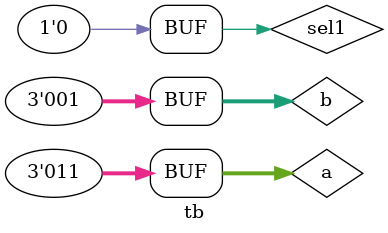
<source format=sv>
module mux(
  input logic sel, input logic[2:0] a, b,
  output logic[2:0] op
);
  
  always@(*)
    begin
      case(sel)
        0: op <= a;
        1: op <= b;
      endcase
    end
endmodule

//tb
module tb;
  logic[2:0] a,b,op;
  logic sel1;
  
  mux mux1(
    .sel(sel1),
    .a(a),
    .b(b),
    .op(op)
  );
  
  initial
    begin
      a=2;
      b=3'b001;
      sel1=0;
      #5 sel1=1; a=3'b101;
      #5 sel1=0; a=3'b011;
    end
  always@(*)
    begin
      $display("time= %0t, a=%h, b=%h, sel=%b, op=%h",$time, a,b,sel1,op);
    end
endmodule

  
</source>
